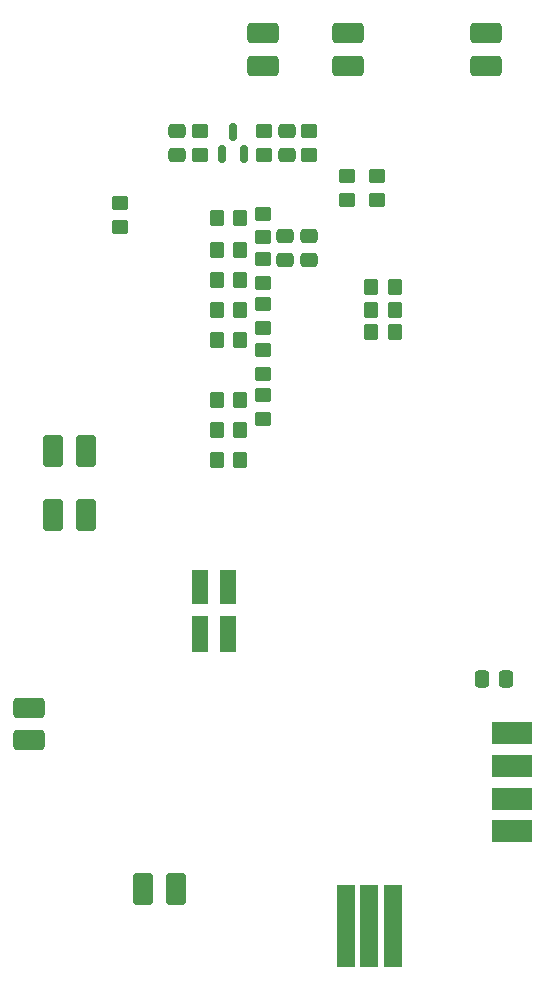
<source format=gbp>
G04 #@! TF.GenerationSoftware,KiCad,Pcbnew,6.0.11-2627ca5db0~126~ubuntu20.04.1*
G04 #@! TF.CreationDate,2024-04-17T12:51:00+05:00*
G04 #@! TF.ProjectId,16EJU24,3136454a-5532-4342-9e6b-696361645f70,rev?*
G04 #@! TF.SameCoordinates,Original*
G04 #@! TF.FileFunction,Paste,Bot*
G04 #@! TF.FilePolarity,Positive*
%FSLAX46Y46*%
G04 Gerber Fmt 4.6, Leading zero omitted, Abs format (unit mm)*
G04 Created by KiCad (PCBNEW 6.0.11-2627ca5db0~126~ubuntu20.04.1) date 2024-04-17 12:51:00*
%MOMM*%
%LPD*%
G01*
G04 APERTURE LIST*
G04 Aperture macros list*
%AMRoundRect*
0 Rectangle with rounded corners*
0 $1 Rounding radius*
0 $2 $3 $4 $5 $6 $7 $8 $9 X,Y pos of 4 corners*
0 Add a 4 corners polygon primitive as box body*
4,1,4,$2,$3,$4,$5,$6,$7,$8,$9,$2,$3,0*
0 Add four circle primitives for the rounded corners*
1,1,$1+$1,$2,$3*
1,1,$1+$1,$4,$5*
1,1,$1+$1,$6,$7*
1,1,$1+$1,$8,$9*
0 Add four rect primitives between the rounded corners*
20,1,$1+$1,$2,$3,$4,$5,0*
20,1,$1+$1,$4,$5,$6,$7,0*
20,1,$1+$1,$6,$7,$8,$9,0*
20,1,$1+$1,$8,$9,$2,$3,0*%
G04 Aperture macros list end*
%ADD10RoundRect,0.250000X-0.450000X0.350000X-0.450000X-0.350000X0.450000X-0.350000X0.450000X0.350000X0*%
%ADD11RoundRect,0.250000X-0.350000X-0.450000X0.350000X-0.450000X0.350000X0.450000X-0.350000X0.450000X0*%
%ADD12RoundRect,0.150000X0.150000X-0.587500X0.150000X0.587500X-0.150000X0.587500X-0.150000X-0.587500X0*%
%ADD13RoundRect,0.250000X0.475000X-0.337500X0.475000X0.337500X-0.475000X0.337500X-0.475000X-0.337500X0*%
%ADD14RoundRect,0.250000X-0.475000X0.337500X-0.475000X-0.337500X0.475000X-0.337500X0.475000X0.337500X0*%
%ADD15R,3.480000X1.846667*%
%ADD16RoundRect,0.323962X-0.534538X-1.026038X0.534538X-1.026038X0.534538X1.026038X-0.534538X1.026038X0*%
%ADD17RoundRect,0.323962X0.534538X1.026038X-0.534538X1.026038X-0.534538X-1.026038X0.534538X-1.026038X0*%
%ADD18R,1.600000X7.000000*%
%ADD19RoundRect,0.323962X1.026038X-0.534538X1.026038X0.534538X-1.026038X0.534538X-1.026038X-0.534538X0*%
%ADD20R,1.392000X3.048000*%
%ADD21R,1.392000X2.921000*%
%ADD22RoundRect,0.250000X0.450000X-0.350000X0.450000X0.350000X-0.450000X0.350000X-0.450000X-0.350000X0*%
%ADD23RoundRect,0.323962X-1.026038X0.534538X-1.026038X-0.534538X1.026038X-0.534538X1.026038X0.534538X0*%
%ADD24RoundRect,0.250000X0.337500X0.475000X-0.337500X0.475000X-0.337500X-0.475000X0.337500X-0.475000X0*%
G04 APERTURE END LIST*
D10*
X65405000Y-46498000D03*
X65405000Y-48498000D03*
X62865000Y-46498000D03*
X62865000Y-48498000D03*
X50419000Y-42688000D03*
X50419000Y-44688000D03*
X59690000Y-42688000D03*
X59690000Y-44688000D03*
D11*
X64897000Y-55880000D03*
X66897000Y-55880000D03*
X64913000Y-57785000D03*
X66913000Y-57785000D03*
X64913000Y-59690000D03*
X66913000Y-59690000D03*
D10*
X55880000Y-42688000D03*
X55880000Y-44688000D03*
D12*
X54163000Y-44625500D03*
X52263000Y-44625500D03*
X53213000Y-42750500D03*
D13*
X57658000Y-53615500D03*
X57658000Y-51540500D03*
X59690000Y-53615500D03*
X59690000Y-51540500D03*
X48514000Y-44725500D03*
X48514000Y-42650500D03*
D14*
X57785000Y-42650500D03*
X57785000Y-44725500D03*
D15*
X76806700Y-101970400D03*
X76806700Y-99200400D03*
X76806700Y-96430400D03*
X76806700Y-93660400D03*
D10*
X55753000Y-57309000D03*
X55753000Y-59309000D03*
D11*
X51832000Y-50038000D03*
X53832000Y-50038000D03*
D16*
X45623500Y-106807000D03*
X48356500Y-106807000D03*
D11*
X51832000Y-65405000D03*
X53832000Y-65405000D03*
D17*
X40736500Y-69723000D03*
X38003500Y-69723000D03*
D18*
X62764318Y-109982000D03*
X64764318Y-109982000D03*
X66764318Y-109982000D03*
D19*
X62992000Y-37133000D03*
X62992000Y-34400000D03*
D10*
X55753000Y-49673000D03*
X55753000Y-51673000D03*
D11*
X51832000Y-67945000D03*
X53832000Y-67945000D03*
D20*
X50408800Y-85242400D03*
D21*
X50408800Y-81241900D03*
X52816800Y-81241900D03*
D20*
X52816800Y-85242400D03*
D11*
X51832000Y-57785000D03*
X53832000Y-57785000D03*
D19*
X55753000Y-37133000D03*
X55753000Y-34400000D03*
D22*
X43688000Y-50784000D03*
X43688000Y-48784000D03*
D17*
X40736500Y-75184000D03*
X38003500Y-75184000D03*
D11*
X51832000Y-60325000D03*
X53832000Y-60325000D03*
D23*
X35941000Y-91518000D03*
X35941000Y-94251000D03*
D10*
X55753000Y-65024000D03*
X55753000Y-67024000D03*
X55753000Y-61214000D03*
X55753000Y-63214000D03*
D19*
X74676000Y-37133000D03*
X74676000Y-34400000D03*
D24*
X76348500Y-89027000D03*
X74273500Y-89027000D03*
D11*
X51832000Y-52705000D03*
X53832000Y-52705000D03*
D10*
X55753000Y-53499000D03*
X55753000Y-55499000D03*
D11*
X51832000Y-55245000D03*
X53832000Y-55245000D03*
X51832000Y-70485000D03*
X53832000Y-70485000D03*
M02*

</source>
